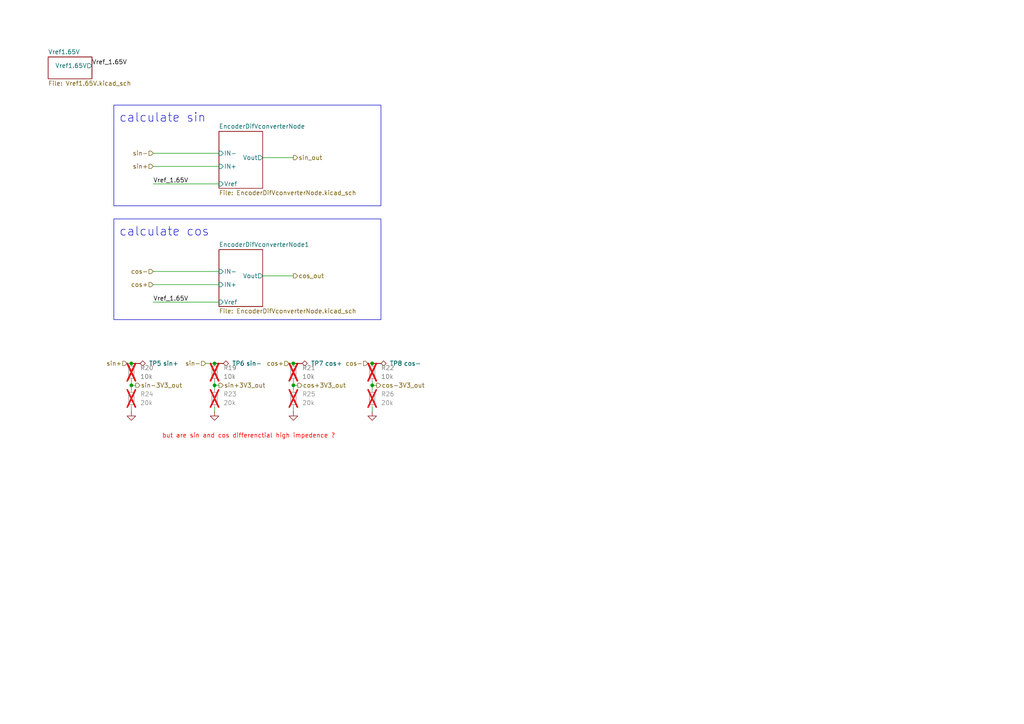
<source format=kicad_sch>
(kicad_sch (version 20231120) (generator "eeschema") (generator_version "8.0")
  (paper "A4")
  (title_block (title "INV_MainBoard") (date "2024-11-16") (rev "1.0") (company "NTURacing Team") (comment 1 "郭哲明 Jack Kuo") (comment 2 "Powertrain Group"))
  (lib_symbols
    (symbol "Connector:TestPoint_Alt" (pin_numbers hide) (pin_names (offset 0.762) hide)
      (property "Reference" "TP" (at 0 6.858 0))
      (property "Value" "TestPoint_Alt" (at 0 5.08 0))
      (symbol "TestPoint_Alt_0_1"
        (polyline (pts (xy 0 2.54) (xy -0.762 3.302) (xy 0 4.064) (xy 0.762 3.302) (xy 0 2.54)))
      )
      (symbol "TestPoint_Alt_1_1"
        (pin passive line (at 0 0 90) (length 2.54) (name "1") (number "1"))
      )
    )
    (symbol "Device:R_Small" (pin_numbers hide) (pin_names (offset 0.254) hide)
      (property "Reference" "R" (at 0.762 0.508 0))
      (property "Value" "R_Small" (at 0.762 -1.016 0))
      (symbol "R_Small_0_1"
        (rectangle (start -0.762 1.778) (end 0.762 -1.778) (stroke (width 0.2032)))
      )
      (symbol "R_Small_1_1"
        (pin passive line (at 0 2.54 270) (length 0.762) (name "~") (number "1"))
        (pin passive line (at 0 -2.54 90) (length 0.762) (name "~") (number "2"))
      )
    )
    (symbol "power:GND" (power) (pin_numbers hide) (pin_names (offset 0) hide)
      (property "Value" "GND" (at 0 -3.81 0))
      (symbol "GND_0_1"
        (polyline (pts (xy 0 0) (xy 0 -1.27) (xy 1.27 -1.27) (xy 0 -2.54) (xy -1.27 -1.27) (xy 0 -1.27)))
      )
      (symbol "GND_1_1"
        (pin power_in line (at 0 0 270) (length 0) (name "~") (number "1"))
      )
    )
  )
  (junction (at 62.23 105.41))
  (junction (at 107.95 105.41))
  (junction (at 62.23 111.76))
  (junction (at 107.95 111.76))
  (junction (at 38.1 105.41))
  (junction (at 38.1 111.76))
  (junction (at 85.09 105.41))
  (junction (at 85.09 111.76))
  (wire (pts (xy 76.2 80.01) (xy 85.09 80.01)))
  (wire (pts (xy 107.95 111.76) (xy 107.95 113.03)))
  (wire (pts (xy 107.95 110.49) (xy 107.95 111.76)))
  (wire (pts (xy 62.23 110.49) (xy 62.23 111.76)))
  (wire (pts (xy 36.83 105.41) (xy 38.1 105.41)))
  (wire (pts (xy 44.45 82.55) (xy 63.5 82.55)))
  (wire (pts (xy 38.1 111.76) (xy 38.1 113.03)))
  (wire (pts (xy 38.1 110.49) (xy 38.1 111.76)))
  (wire (pts (xy 85.09 110.49) (xy 85.09 111.76)))
  (wire (pts (xy 44.45 87.63) (xy 63.5 87.63)))
  (wire (pts (xy 62.23 119.38) (xy 62.23 118.11)))
  (wire (pts (xy 39.37 111.76) (xy 38.1 111.76)))
  (wire (pts (xy 85.09 119.38) (xy 85.09 118.11)))
  (wire (pts (xy 85.09 111.76) (xy 85.09 113.03)))
  (wire (pts (xy 44.45 53.34) (xy 63.5 53.34)))
  (wire (pts (xy 38.1 119.38) (xy 38.1 118.11)))
  (wire (pts (xy 44.45 78.74) (xy 63.5 78.74)))
  (wire (pts (xy 44.45 48.26) (xy 63.5 48.26)))
  (wire (pts (xy 107.95 119.38) (xy 107.95 118.11)))
  (wire (pts (xy 86.36 111.76) (xy 85.09 111.76)))
  (wire (pts (xy 63.5 111.76) (xy 62.23 111.76)))
  (wire (pts (xy 44.45 44.45) (xy 63.5 44.45)))
  (wire (pts (xy 59.69 105.41) (xy 62.23 105.41)))
  (wire (pts (xy 76.2 45.72) (xy 85.09 45.72)))
  (wire (pts (xy 83.82 105.41) (xy 85.09 105.41)))
  (wire (pts (xy 62.23 111.76) (xy 62.23 113.03)))
  (wire (pts (xy 109.22 111.76) (xy 107.95 111.76)))
  (wire (pts (xy 106.68 105.41) (xy 107.95 105.41)))
  (rectangle (start 33.02 63.5) (end 110.49 92.71))
  (rectangle (start 33.02 30.48) (end 110.49 59.69))
  (text "but are sin and cos differenctial high impedence ?" (at 72.136 126.492 0) (effects (font (size 1.27 1.27))))
  (text "calculate sin" (at 34.544 32.766 0) (effects (font (size 2.54 2.54)) (justify left top)))
  (text "calculate cos" (at 34.544 65.786 0) (effects (font (size 2.54 2.54)) (justify left top)))
  (label "Vref_1.65V" (at 44.45 87.63 0))
  (label "Vref_1.65V" (at 44.45 53.34 0))
  (label "Vref_1.65V" (at 26.67 19.05 0))
  (hierarchical_label "sin-3V3_out" (shape output) (at 39.37 111.76 0))
  (hierarchical_label "sin+" (shape input) (at 44.45 48.26 180))
  (hierarchical_label "cos_out" (shape output) (at 85.09 80.01 0))
  (hierarchical_label "cos+" (shape input) (at 44.45 82.55 180))
  (hierarchical_label "sin+3V3_out" (shape output) (at 63.5 111.76 0))
  (hierarchical_label "sin_out" (shape output) (at 85.09 45.72 0))
  (hierarchical_label "cos+" (shape input) (at 83.82 105.41 180))
  (hierarchical_label "cos-3V3_out" (shape output) (at 109.22 111.76 0))
  (hierarchical_label "cos+3V3_out" (shape output) (at 86.36 111.76 0))
  (hierarchical_label "sin+" (shape input) (at 36.83 105.41 180))
  (hierarchical_label "cos-" (shape input) (at 106.68 105.41 180))
  (hierarchical_label "cos-" (shape input) (at 44.45 78.74 180))
  (hierarchical_label "sin-" (shape input) (at 44.45 44.45 180))
  (hierarchical_label "sin-" (shape input) (at 59.69 105.41 180))
  (symbol (lib_id "Device:R_Small") (at 107.95 107.95 0) (unit 1) (dnp yes)
    (property "Reference" "R22" (at 110.49 106.68 0) (effects (justify left)))
    (property "Value" "10k" (at 110.49 109.22 0) (effects (justify left)))
    (property "Footprint" "Resistor_SMD:R_0402_1005Metric" (effects (hide yes)))
    (property "Description" "Resistor, small symbol" (effects (hide yes)))
  )
  (symbol (lib_id "Device:R_Small") (at 107.95 115.57 0) (unit 1) (dnp yes)
    (property "Reference" "R26" (at 110.49 114.3 0) (effects (justify left)))
    (property "Value" "20k" (at 110.49 116.84 0) (effects (justify left)))
    (property "Footprint" "Resistor_SMD:R_0402_1005Metric" (effects (hide yes)))
    (property "Description" "Resistor, small symbol" (effects (hide yes)))
  )
  (symbol (lib_id "Connector:TestPoint_Alt") (at 107.95 105.41 270) (unit 1)
    (property "Reference" "TP8" (at 113.03 105.41 90) (effects (justify left)))
    (property "Value" "cos-" (at 117.094 105.41 90) (effects (justify left)))
    (property "Footprint" "TestPoint:TestPoint_THTPad_D1.0mm_Drill0.5mm" (effects (hide yes)))
    (property "Description" "test point (alternative shape)" (effects (hide yes)))
  )
  (symbol (lib_id "Device:R_Small") (at 62.23 115.57 0) (unit 1) (dnp yes)
    (property "Reference" "R23" (at 64.77 114.3 0) (effects (justify left)))
    (property "Value" "20k" (at 64.77 116.84 0) (effects (justify left)))
    (property "Footprint" "Resistor_SMD:R_0402_1005Metric" (effects (hide yes)))
    (property "Description" "Resistor, small symbol" (effects (hide yes)))
  )
  (symbol (lib_id "Device:R_Small") (at 85.09 107.95 0) (unit 1) (dnp yes)
    (property "Reference" "R21" (at 87.63 106.68 0) (effects (justify left)))
    (property "Value" "10k" (at 87.63 109.22 0) (effects (justify left)))
    (property "Footprint" "Resistor_SMD:R_0402_1005Metric" (effects (hide yes)))
    (property "Description" "Resistor, small symbol" (effects (hide yes)))
  )
  (symbol (lib_id "Device:R_Small") (at 38.1 107.95 0) (unit 1) (dnp yes)
    (property "Reference" "R20" (at 40.64 106.68 0) (effects (justify left)))
    (property "Value" "10k" (at 40.64 109.22 0) (effects (justify left)))
    (property "Footprint" "Resistor_SMD:R_0402_1005Metric" (effects (hide yes)))
    (property "Description" "Resistor, small symbol" (effects (hide yes)))
  )
  (symbol (lib_id "power:GND") (at 38.1 119.38 0) (unit 1)
    (property "Reference" "#PWR074" (effects (hide yes)))
    (property "Value" "GND" (effects (hide yes)))
    (property "Description" "Power symbol creates a global label with name \"GND\" , ground" (effects (hide yes)))
  )
  (symbol (lib_id "Device:R_Small") (at 38.1 115.57 0) (unit 1) (dnp yes)
    (property "Reference" "R24" (at 40.64 114.3 0) (effects (justify left)))
    (property "Value" "20k" (at 40.64 116.84 0) (effects (justify left)))
    (property "Footprint" "Resistor_SMD:R_0402_1005Metric" (effects (hide yes)))
    (property "Description" "Resistor, small symbol" (effects (hide yes)))
  )
  (symbol (lib_id "Connector:TestPoint_Alt") (at 85.09 105.41 270) (unit 1)
    (property "Reference" "TP7" (at 90.17 105.41 90) (effects (justify left)))
    (property "Value" "cos+" (at 94.234 105.41 90) (effects (justify left)))
    (property "Footprint" "TestPoint:TestPoint_THTPad_D1.0mm_Drill0.5mm" (effects (hide yes)))
    (property "Description" "test point (alternative shape)" (effects (hide yes)))
  )
  (symbol (lib_id "Device:R_Small") (at 62.23 107.95 0) (unit 1) (dnp yes)
    (property "Reference" "R19" (at 64.77 106.68 0) (effects (justify left)))
    (property "Value" "10k" (at 64.77 109.22 0) (effects (justify left)))
    (property "Footprint" "Resistor_SMD:R_0402_1005Metric" (effects (hide yes)))
    (property "Description" "Resistor, small symbol" (effects (hide yes)))
  )
  (symbol (lib_id "Device:R_Small") (at 85.09 115.57 0) (unit 1) (dnp yes)
    (property "Reference" "R25" (at 87.63 114.3 0) (effects (justify left)))
    (property "Value" "20k" (at 87.63 116.84 0) (effects (justify left)))
    (property "Footprint" "Resistor_SMD:R_0402_1005Metric" (effects (hide yes)))
    (property "Description" "Resistor, small symbol" (effects (hide yes)))
  )
  (symbol (lib_id "Connector:TestPoint_Alt") (at 62.23 105.41 270) (unit 1)
    (property "Reference" "TP6" (at 67.31 105.41 90) (effects (justify left)))
    (property "Value" "sin-" (at 71.374 105.41 90) (effects (justify left)))
    (property "Footprint" "TestPoint:TestPoint_THTPad_D1.0mm_Drill0.5mm" (effects (hide yes)))
    (property "Description" "test point (alternative shape)" (effects (hide yes)))
  )
  (symbol (lib_id "power:GND") (at 85.09 119.38 0) (unit 1)
    (property "Reference" "#PWR075" (effects (hide yes)))
    (property "Value" "GND" (effects (hide yes)))
    (property "Description" "Power symbol creates a global label with name \"GND\" , ground" (effects (hide yes)))
  )
  (symbol (lib_id "Connector:TestPoint_Alt") (at 38.1 105.41 270) (unit 1)
    (property "Reference" "TP5" (at 43.18 105.41 90) (effects (justify left)))
    (property "Value" "sin+" (at 47.244 105.41 90) (effects (justify left)))
    (property "Footprint" "TestPoint:TestPoint_THTPad_D1.0mm_Drill0.5mm" (effects (hide yes)))
    (property "Description" "test point (alternative shape)" (effects (hide yes)))
  )
  (symbol (lib_id "power:GND") (at 107.95 119.38 0) (unit 1)
    (property "Reference" "#PWR076" (effects (hide yes)))
    (property "Value" "GND" (effects (hide yes)))
    (property "Description" "Power symbol creates a global label with name \"GND\" , ground" (effects (hide yes)))
  )
  (symbol (lib_id "power:GND") (at 62.23 119.38 0) (unit 1)
    (property "Reference" "#PWR073" (effects (hide yes)))
    (property "Value" "GND" (effects (hide yes)))
    (property "Description" "Power symbol creates a global label with name \"GND\" , ground" (effects (hide yes)))
  )
  (sheet (at 63.5 72.39) (size 12.7 16.51) (stroke (width 0.1524))
    (property "Sheetname" "EncoderDifVconverterNode1" (at 63.5 71.6784 0) (effects (justify left bottom)))
    (property "Sheetfile" "EncoderDifVconverterNode.kicad_sch" (at 63.5 89.4846 0) (effects (justify left top)))
    (pin "IN-" input (at 63.5 78.74 180))
    (pin "Vref" input (at 63.5 87.63 180))
    (pin "IN+" input (at 63.5 82.55 180))
    (pin "Vout" output (at 76.2 80.01 0))
  )
  (sheet (at 13.97 16.51) (size 12.7 6.35) (stroke (width 0.1524))
    (property "Sheetname" "Vref1.65V" (at 13.97 15.7984 0) (effects (justify left bottom)))
    (property "Sheetfile" "Vref1.65V.kicad_sch" (at 13.97 23.4446 0) (effects (justify left top)))
    (pin "Vref1.65V" output (at 26.67 19.05 0))
  )
  (sheet (at 63.5 38.1) (size 12.7 16.51) (stroke (width 0.1524))
    (property "Sheetname" "EncoderDifVconverterNode" (at 63.5 37.3884 0) (effects (justify left bottom)))
    (property "Sheetfile" "EncoderDifVconverterNode.kicad_sch" (at 63.5 55.1946 0) (effects (justify left top)))
    (pin "IN-" input (at 63.5 44.45 180))
    (pin "Vref" input (at 63.5 53.34 180))
    (pin "IN+" input (at 63.5 48.26 180))
    (pin "Vout" output (at 76.2 45.72 0))
  )
)
</source>
